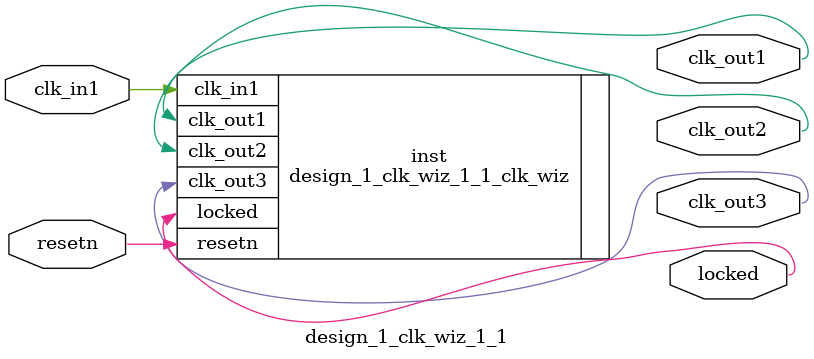
<source format=v>


`timescale 1ps/1ps

(* CORE_GENERATION_INFO = "design_1_clk_wiz_1_1,clk_wiz_v6_0_16_0_0,{component_name=design_1_clk_wiz_1_1,use_phase_alignment=true,use_min_o_jitter=false,use_max_i_jitter=false,use_dyn_phase_shift=false,use_inclk_switchover=false,use_dyn_reconfig=false,enable_axi=0,feedback_source=FDBK_AUTO,PRIMITIVE=MMCM,num_out_clk=3,clkin1_period=10.000,clkin2_period=10.000,use_power_down=false,use_reset=true,use_locked=true,use_inclk_stopped=false,feedback_type=SINGLE,CLOCK_MGR_TYPE=NA,manual_override=false}" *)

module design_1_clk_wiz_1_1 
 (
  // Clock out ports
  output        clk_out1,
  output        clk_out2,
  output        clk_out3,
  // Status and control signals
  input         resetn,
  output        locked,
 // Clock in ports
  input         clk_in1
 );

  design_1_clk_wiz_1_1_clk_wiz inst
  (
  // Clock out ports  
  .clk_out1(clk_out1),
  .clk_out2(clk_out2),
  .clk_out3(clk_out3),
  // Status and control signals               
  .resetn(resetn), 
  .locked(locked),
 // Clock in ports
  .clk_in1(clk_in1)
  );

endmodule

</source>
